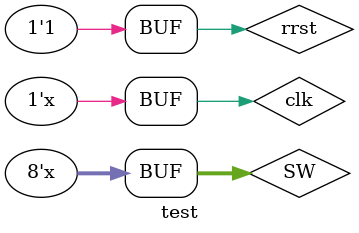
<source format=v>
`timescale 1ns / 1ps


module test;

	// Inputs
	reg clk;
	reg rrst;
	reg [7:0] SW;

	// Outputs
	wire [2:0] AN;
	wire [7:0] data;

	// Instantiate the Unit Under Test (UUT)
	cpu_top uut (
		.CLK50MHZ(clk), 
		.BTNL(rrst), 
		.SW(SW), 
		.AN(AN), 
		.SEG(data)
	);
	always
	begin
		#1;
		clk=~clk;
		rrst=1;
		SW<=SW+1;
	end
	initial begin
		// Initialize Inputs
		/*rrst = 0;
		swi = 0;

		// Wait 100 ns for global reset to finish
		#100;
      swi = 1;
		#100;
		swi = 2;
		#100;
		swi = 3;
		#100;
		swi = 4;
		#100;
		swi = 5;
		// Add stimulus here
		#100;*/
		rrst=0;
		clk=1;
		SW=0;
		#100;

	end
      
endmodule


</source>
